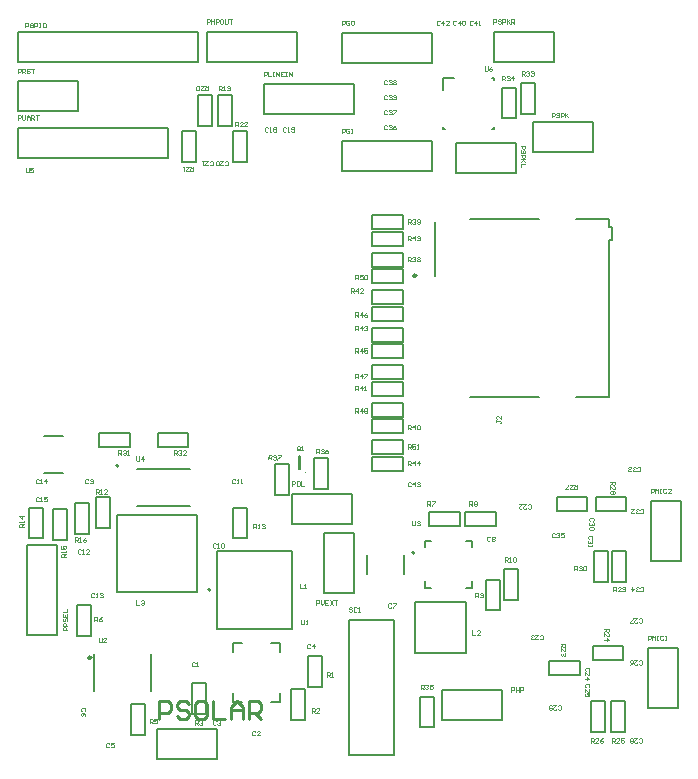
<source format=gto>
G04*
G04 #@! TF.GenerationSoftware,Altium Limited,Altium Designer,19.1.8 (144)*
G04*
G04 Layer_Color=65535*
%FSLAX25Y25*%
%MOIN*%
G70*
G01*
G75*
%ADD10C,0.00945*%
%ADD11C,0.00492*%
%ADD12C,0.00984*%
%ADD13C,0.00787*%
%ADD14C,0.00600*%
%ADD15C,0.00500*%
%ADD16C,0.01000*%
%ADD17C,0.00300*%
D10*
X234260Y265713D02*
G03*
X234260Y265713I-472J0D01*
G01*
D11*
X197518Y200055D02*
G03*
X197518Y200055I-246J0D01*
G01*
D12*
X125969Y138421D02*
G03*
X125969Y138421I-492J0D01*
G01*
D13*
X165736Y161000D02*
G03*
X165736Y161000I-394J0D01*
G01*
X233681Y173339D02*
G03*
X233681Y173339I-394J0D01*
G01*
X135086Y202284D02*
G03*
X135086Y202284I-440J0D01*
G01*
X148000Y104500D02*
Y114500D01*
X168000D01*
Y104500D02*
Y114500D01*
X148000Y104500D02*
X168000D01*
X110350Y212102D02*
X116650D01*
X110350Y199898D02*
X116650D01*
X161500Y337000D02*
Y347000D01*
X101500Y337000D02*
Y347000D01*
X161500D01*
X101500Y337000D02*
X161500D01*
X273134Y317000D02*
X293134D01*
X273134Y307000D02*
Y317000D01*
Y307000D02*
X293134D01*
Y317000D01*
X298669Y225358D02*
Y277524D01*
X287724Y225358D02*
X298669D01*
X252291D02*
X275126D01*
X240598Y265713D02*
Y283429D01*
X252291Y284610D02*
X275126D01*
X298669Y277524D02*
X299654D01*
Y281854D01*
X298669D02*
X299654D01*
X298669D02*
Y284610D01*
X287724D02*
X298669D01*
X213500Y160000D02*
Y180000D01*
X203500D02*
X213500D01*
X203500Y160000D02*
Y180000D01*
Y160000D02*
X213500D01*
X243000Y127500D02*
X263000D01*
X243000Y117500D02*
Y127500D01*
Y117500D02*
X263000D01*
Y127500D01*
X247634Y310000D02*
X267634D01*
X247634Y300000D02*
Y310000D01*
Y300000D02*
X267634D01*
Y310000D01*
X243071Y314437D02*
X243858D01*
X243071D02*
Y315224D01*
X259409Y314437D02*
X260197D01*
Y315224D01*
Y330776D02*
Y331563D01*
X259409D02*
X260197D01*
X243071D02*
X246909D01*
X243071Y327724D02*
Y331563D01*
X195303Y201335D02*
X195697D01*
X195303Y205665D02*
X195697D01*
Y201335D02*
Y205665D01*
X195303Y201335D02*
Y205665D01*
X127051Y127299D02*
Y139701D01*
X145949Y127299D02*
Y139701D01*
X230102Y166350D02*
Y172650D01*
X217898Y166350D02*
Y172650D01*
X233870Y140035D02*
X250799D01*
X233870D02*
Y156965D01*
X250799D01*
Y140035D02*
Y156965D01*
X134693Y160134D02*
Y185961D01*
X161307D01*
Y160134D02*
Y185961D01*
X134693Y160134D02*
X161307D01*
X104500Y146000D02*
X114500D01*
X104500D02*
Y176000D01*
X114500D01*
Y146000D02*
Y176000D01*
X209634Y346500D02*
X239634D01*
X209634Y336500D02*
Y346500D01*
Y336500D02*
X239634D01*
Y346500D01*
X280134Y337000D02*
Y347000D01*
X260134Y337000D02*
X280134D01*
X260134D02*
Y347000D01*
X280134D01*
X164500Y337000D02*
X194500D01*
Y347000D01*
X164500D02*
X194500D01*
X164500Y337000D02*
Y347000D01*
X209634Y310500D02*
X239634D01*
X209634Y300500D02*
Y310500D01*
Y300500D02*
X239634D01*
Y310500D01*
X311500Y121500D02*
X321500D01*
X311500D02*
Y141500D01*
X321500D01*
Y121500D02*
Y141500D01*
X183500Y329500D02*
X213500D01*
X183500Y319500D02*
Y329500D01*
Y319500D02*
X213500D01*
Y329500D01*
X193000Y183000D02*
Y193000D01*
X213000D01*
Y183000D02*
Y193000D01*
X193000Y183000D02*
X213000D01*
X312500Y170500D02*
X322500D01*
X312500D02*
Y190500D01*
X322500D01*
Y170500D02*
Y190500D01*
X151500Y305000D02*
Y315000D01*
X101500Y305000D02*
X151500D01*
X101500Y315000D02*
X151500D01*
X101500Y305000D02*
Y315000D01*
Y320500D02*
Y330500D01*
X121500D01*
Y320500D02*
Y330500D01*
X101500Y320500D02*
X121500D01*
X212000Y151000D02*
X227000D01*
Y106000D02*
Y151000D01*
X212000Y106000D02*
X227000D01*
X212000D02*
Y151000D01*
D14*
X188900Y140300D02*
Y143300D01*
X185900Y123700D02*
X188900D01*
X173100D02*
Y126700D01*
Y143300D02*
X176100D01*
X173100Y123700D02*
X176100D01*
X188900D02*
Y126700D01*
X185900Y143300D02*
X188900D01*
X173100Y140300D02*
Y143300D01*
D15*
X262300Y154200D02*
Y164300D01*
X257700Y154200D02*
Y164300D01*
Y154200D02*
X262300D01*
X257700Y164300D02*
X262300D01*
X168200Y315700D02*
Y325800D01*
X172800Y315700D02*
Y325800D01*
X168200D02*
X172800D01*
X168200Y315700D02*
X172800D01*
X303800Y113700D02*
Y123800D01*
X299200Y113700D02*
Y123800D01*
Y113700D02*
X303800D01*
X299200Y123800D02*
X303800D01*
X297300Y113700D02*
Y123800D01*
X292700Y113700D02*
Y123800D01*
Y113700D02*
X297300D01*
X292700Y123800D02*
X297300D01*
X304300Y163700D02*
Y173800D01*
X299700Y163700D02*
Y173800D01*
Y163700D02*
X304300D01*
X299700Y173800D02*
X304300D01*
X298300Y163700D02*
Y173800D01*
X293700Y163700D02*
Y173800D01*
Y163700D02*
X298300D01*
X293700Y173800D02*
X298300D01*
X219700Y285800D02*
X229800D01*
X219700Y281200D02*
X229800D01*
Y285800D01*
X219700Y281200D02*
Y285800D01*
Y280300D02*
X229800D01*
X219700Y275700D02*
X229800D01*
Y280300D01*
X219700Y275700D02*
Y280300D01*
Y273300D02*
X229800D01*
X219700Y268700D02*
X229800D01*
Y273300D01*
X219700Y268700D02*
Y273300D01*
Y267800D02*
X229800D01*
X219700Y263200D02*
X229800D01*
Y267800D01*
X219700Y263200D02*
Y267800D01*
Y260800D02*
X229800D01*
X219700Y256200D02*
X229800D01*
Y260800D01*
X219700Y256200D02*
Y260800D01*
Y255300D02*
X229800D01*
X219700Y250700D02*
X229800D01*
Y255300D01*
X219700Y250700D02*
Y255300D01*
Y248300D02*
X229800D01*
X219700Y243700D02*
X229800D01*
Y248300D01*
X219700Y243700D02*
Y248300D01*
Y242800D02*
X229800D01*
X219700Y238200D02*
X229800D01*
Y242800D01*
X219700Y238200D02*
Y242800D01*
Y235800D02*
X229800D01*
X219700Y231200D02*
X229800D01*
Y235800D01*
X219700Y231200D02*
Y235800D01*
Y230300D02*
X229800D01*
X219700Y225700D02*
X229800D01*
Y230300D01*
X219700Y225700D02*
Y230300D01*
Y223300D02*
X229800D01*
X219700Y218700D02*
X229800D01*
Y223300D01*
X219700Y218700D02*
Y223300D01*
Y205300D02*
X229800D01*
X219700Y200700D02*
X229800D01*
Y205300D01*
X219700Y200700D02*
Y205300D01*
Y206200D02*
X229800D01*
X219700Y210800D02*
X229800D01*
X219700Y206200D02*
Y210800D01*
X229800Y206200D02*
Y210800D01*
X219700Y217800D02*
X229800D01*
X219700Y213200D02*
X229800D01*
Y217800D01*
X219700Y213200D02*
Y217800D01*
X128700Y208700D02*
X138800D01*
X128700Y213300D02*
X138800D01*
X128700Y208700D02*
Y213300D01*
X138800Y208700D02*
Y213300D01*
X148200Y208700D02*
X158300D01*
X148200Y213300D02*
X158300D01*
X148200Y208700D02*
Y213300D01*
X158300Y208700D02*
Y213300D01*
X281200Y191800D02*
X291300D01*
X281200Y187200D02*
X291300D01*
Y191800D01*
X281200Y187200D02*
Y191800D01*
X294200D02*
X304300D01*
X294200Y187200D02*
X304300D01*
Y191800D01*
X294200Y187200D02*
Y191800D01*
X293200Y142300D02*
X303300D01*
X293200Y137700D02*
X303300D01*
Y142300D01*
X293200Y137700D02*
Y142300D01*
X278700Y137300D02*
X288800D01*
X278700Y132700D02*
X288800D01*
Y137300D01*
X278700Y132700D02*
Y137300D01*
X177800Y303700D02*
Y313800D01*
X173200Y303700D02*
Y313800D01*
Y303700D02*
X177800D01*
X173200Y313800D02*
X177800D01*
X160800Y303700D02*
Y313800D01*
X156200Y303700D02*
Y313800D01*
Y303700D02*
X160800D01*
X156200Y313800D02*
X160800D01*
X166300Y315700D02*
Y325800D01*
X161700Y315700D02*
Y325800D01*
Y315700D02*
X166300D01*
X161700Y325800D02*
X166300D01*
X191800Y192700D02*
Y202800D01*
X187200Y192700D02*
Y202800D01*
Y192700D02*
X191800D01*
X187200Y202800D02*
X191800D01*
X204800Y194700D02*
Y204800D01*
X200200Y194700D02*
Y204800D01*
Y194700D02*
X204800D01*
X200200Y204800D02*
X204800D01*
X143800Y112700D02*
Y122800D01*
X139200Y112700D02*
Y122800D01*
Y112700D02*
X143800D01*
X139200Y122800D02*
X143800D01*
X193020Y148087D02*
Y173913D01*
X167980Y148087D02*
X193020D01*
X167980Y173913D02*
X193020D01*
X167980Y148087D02*
Y173913D01*
X125800Y145700D02*
Y155800D01*
X121200Y145700D02*
Y155800D01*
Y145700D02*
X125800D01*
X121200Y155800D02*
X125800D01*
X250700Y182200D02*
X260800D01*
X250700Y186800D02*
X260800D01*
X250700Y182200D02*
Y186800D01*
X260800Y182200D02*
Y186800D01*
X238700Y182200D02*
X248800D01*
X238700Y186800D02*
X248800D01*
X238700Y182200D02*
Y186800D01*
X248800Y182200D02*
Y186800D01*
X237126Y175228D02*
Y177374D01*
Y161626D02*
Y163772D01*
X252874Y175228D02*
Y177374D01*
Y161626D02*
Y163772D01*
X237126Y177374D02*
X239272D01*
X237126Y161626D02*
X239272D01*
X250728Y177374D02*
X252874D01*
X250728Y161626D02*
X252874D01*
X120700Y179700D02*
Y189800D01*
X125300Y179700D02*
Y189800D01*
X120700D02*
X125300D01*
X120700Y179700D02*
X125300D01*
X105200Y178200D02*
Y188300D01*
X109800Y178200D02*
Y188300D01*
X105200D02*
X109800D01*
X105200Y178200D02*
X109800D01*
X113200Y177700D02*
Y187800D01*
X117800Y177700D02*
Y187800D01*
X113200D02*
X117800D01*
X113200Y177700D02*
X117800D01*
X173200Y178200D02*
Y188300D01*
X177800Y178200D02*
Y188300D01*
X173200D02*
X177800D01*
X173200Y178200D02*
X177800D01*
X132300Y181700D02*
Y191800D01*
X127700Y181700D02*
Y191800D01*
Y181700D02*
X132300D01*
X127700Y191800D02*
X132300D01*
X141142Y188898D02*
X158858D01*
X141142Y201102D02*
X158858D01*
X159700Y119700D02*
Y129800D01*
X164300Y119700D02*
Y129800D01*
X159700D02*
X164300D01*
X159700Y119700D02*
X164300D01*
X198200Y128700D02*
Y138800D01*
X202800Y128700D02*
Y138800D01*
X198200D02*
X202800D01*
X198200Y128700D02*
X202800D01*
X197300Y117700D02*
Y127800D01*
X192700Y117700D02*
Y127800D01*
Y117700D02*
X197300D01*
X192700Y127800D02*
X197300D01*
X235700Y115200D02*
Y125300D01*
X240300Y115200D02*
Y125300D01*
X235700D02*
X240300D01*
X235700Y115200D02*
X240300D01*
X262834Y318200D02*
Y328300D01*
X267434Y318200D02*
Y328300D01*
X262834D02*
X267434D01*
X262834Y318200D02*
X267434D01*
X269334Y319700D02*
Y329800D01*
X273934Y319700D02*
Y329800D01*
X269334D02*
X273934D01*
X269334Y319700D02*
X273934D01*
X263700Y157700D02*
Y167800D01*
X268300Y157700D02*
Y167800D01*
X263700D02*
X268300D01*
X263700Y157700D02*
X268300D01*
D16*
X148600Y117900D02*
Y123898D01*
X151599D01*
X152599Y122898D01*
Y120899D01*
X151599Y119899D01*
X148600D01*
X158597Y122898D02*
X157597Y123898D01*
X155598D01*
X154598Y122898D01*
Y121899D01*
X155598Y120899D01*
X157597D01*
X158597Y119899D01*
Y118900D01*
X157597Y117900D01*
X155598D01*
X154598Y118900D01*
X163595Y123898D02*
X161596D01*
X160596Y122898D01*
Y118900D01*
X161596Y117900D01*
X163595D01*
X164595Y118900D01*
Y122898D01*
X163595Y123898D01*
X166594D02*
Y117900D01*
X170593D01*
X172592D02*
Y121899D01*
X174592Y123898D01*
X176591Y121899D01*
Y117900D01*
Y120899D01*
X172592D01*
X178590Y117900D02*
Y123898D01*
X181589D01*
X182589Y122898D01*
Y120899D01*
X181589Y119899D01*
X178590D01*
X180590D02*
X182589Y117900D01*
D17*
X196000Y150999D02*
Y149750D01*
X196250Y149500D01*
X196750D01*
X197000Y149750D01*
Y150999D01*
X197500Y149500D02*
X197999D01*
X197749D01*
Y150999D01*
X197500Y150750D01*
X231500Y208000D02*
Y209500D01*
X232250D01*
X232500Y209250D01*
Y208750D01*
X232250Y208500D01*
X231500D01*
X232000D02*
X232500Y208000D01*
X233999Y209500D02*
X232999D01*
Y208750D01*
X233499Y209000D01*
X233749D01*
X233999Y208750D01*
Y208250D01*
X233749Y208000D01*
X233249D01*
X232999Y208250D01*
X234499Y208000D02*
X234999D01*
X234749D01*
Y209500D01*
X234499Y209250D01*
X214000Y264500D02*
Y266000D01*
X214750D01*
X215000Y265750D01*
Y265250D01*
X214750Y265000D01*
X214000D01*
X214500D02*
X215000Y264500D01*
X216499Y266000D02*
X215499D01*
Y265250D01*
X215999Y265500D01*
X216249D01*
X216499Y265250D01*
Y264750D01*
X216249Y264500D01*
X215749D01*
X215499Y264750D01*
X216999Y265750D02*
X217249Y266000D01*
X217749D01*
X217999Y265750D01*
Y264750D01*
X217749Y264500D01*
X217249D01*
X216999Y264750D01*
Y265750D01*
X231500Y277500D02*
Y278999D01*
X232250D01*
X232500Y278750D01*
Y278250D01*
X232250Y278000D01*
X231500D01*
X232000D02*
X232500Y277500D01*
X233749D02*
Y278999D01*
X232999Y278250D01*
X233999D01*
X234499Y277750D02*
X234749Y277500D01*
X235249D01*
X235499Y277750D01*
Y278750D01*
X235249Y278999D01*
X234749D01*
X234499Y278750D01*
Y278500D01*
X234749Y278250D01*
X235499D01*
X214000Y220000D02*
Y221499D01*
X214750D01*
X215000Y221250D01*
Y220750D01*
X214750Y220500D01*
X214000D01*
X214500D02*
X215000Y220000D01*
X216249D02*
Y221499D01*
X215499Y220750D01*
X216499D01*
X216999Y221250D02*
X217249Y221499D01*
X217749D01*
X217999Y221250D01*
Y221000D01*
X217749Y220750D01*
X217999Y220500D01*
Y220250D01*
X217749Y220000D01*
X217249D01*
X216999Y220250D01*
Y220500D01*
X217249Y220750D01*
X216999Y221000D01*
Y221250D01*
X217249Y220750D02*
X217749D01*
X214000Y231500D02*
Y232999D01*
X214750D01*
X215000Y232750D01*
Y232250D01*
X214750Y232000D01*
X214000D01*
X214500D02*
X215000Y231500D01*
X216249D02*
Y232999D01*
X215499Y232250D01*
X216499D01*
X216999Y232999D02*
X217999D01*
Y232750D01*
X216999Y231750D01*
Y231500D01*
X214000Y252000D02*
Y253500D01*
X214750D01*
X215000Y253250D01*
Y252750D01*
X214750Y252500D01*
X214000D01*
X214500D02*
X215000Y252000D01*
X216249D02*
Y253500D01*
X215499Y252750D01*
X216499D01*
X217999Y253500D02*
X217499Y253250D01*
X216999Y252750D01*
Y252250D01*
X217249Y252000D01*
X217749D01*
X217999Y252250D01*
Y252500D01*
X217749Y252750D01*
X216999D01*
X214000Y240000D02*
Y241499D01*
X214750D01*
X215000Y241250D01*
Y240750D01*
X214750Y240500D01*
X214000D01*
X214500D02*
X215000Y240000D01*
X216249D02*
Y241499D01*
X215499Y240750D01*
X216499D01*
X217999Y241499D02*
X216999D01*
Y240750D01*
X217499Y241000D01*
X217749D01*
X217999Y240750D01*
Y240250D01*
X217749Y240000D01*
X217249D01*
X216999Y240250D01*
X231500Y202500D02*
Y203999D01*
X232250D01*
X232500Y203750D01*
Y203250D01*
X232250Y203000D01*
X231500D01*
X232000D02*
X232500Y202500D01*
X233749D02*
Y203999D01*
X232999Y203250D01*
X233999D01*
X235249Y202500D02*
Y203999D01*
X234499Y203250D01*
X235499D01*
X214000Y247500D02*
Y249000D01*
X214750D01*
X215000Y248750D01*
Y248250D01*
X214750Y248000D01*
X214000D01*
X214500D02*
X215000Y247500D01*
X216249D02*
Y249000D01*
X215499Y248250D01*
X216499D01*
X216999Y248750D02*
X217249Y249000D01*
X217749D01*
X217999Y248750D01*
Y248500D01*
X217749Y248250D01*
X217499D01*
X217749D01*
X217999Y248000D01*
Y247750D01*
X217749Y247500D01*
X217249D01*
X216999Y247750D01*
X212500Y260000D02*
Y261500D01*
X213250D01*
X213500Y261250D01*
Y260750D01*
X213250Y260500D01*
X212500D01*
X213000D02*
X213500Y260000D01*
X214749D02*
Y261500D01*
X214000Y260750D01*
X214999D01*
X216499Y260000D02*
X215499D01*
X216499Y261000D01*
Y261250D01*
X216249Y261500D01*
X215749D01*
X215499Y261250D01*
X214000Y227500D02*
Y228999D01*
X214750D01*
X215000Y228750D01*
Y228250D01*
X214750Y228000D01*
X214000D01*
X214500D02*
X215000Y227500D01*
X216249D02*
Y228999D01*
X215499Y228250D01*
X216499D01*
X216999Y227500D02*
X217499D01*
X217249D01*
Y228999D01*
X216999Y228750D01*
X231500Y214500D02*
Y216000D01*
X232250D01*
X232500Y215750D01*
Y215250D01*
X232250Y215000D01*
X231500D01*
X232000D02*
X232500Y214500D01*
X233749D02*
Y216000D01*
X232999Y215250D01*
X233999D01*
X234499Y215750D02*
X234749Y216000D01*
X235249D01*
X235499Y215750D01*
Y214750D01*
X235249Y214500D01*
X234749D01*
X234499Y214750D01*
Y215750D01*
X231500Y283000D02*
Y284500D01*
X232250D01*
X232500Y284250D01*
Y283750D01*
X232250Y283500D01*
X231500D01*
X232000D02*
X232500Y283000D01*
X232999Y284250D02*
X233249Y284500D01*
X233749D01*
X233999Y284250D01*
Y284000D01*
X233749Y283750D01*
X233499D01*
X233749D01*
X233999Y283500D01*
Y283250D01*
X233749Y283000D01*
X233249D01*
X232999Y283250D01*
X234499D02*
X234749Y283000D01*
X235249D01*
X235499Y283250D01*
Y284250D01*
X235249Y284500D01*
X234749D01*
X234499Y284250D01*
Y284000D01*
X234749Y283750D01*
X235499D01*
X231500Y270500D02*
Y272000D01*
X232250D01*
X232500Y271750D01*
Y271250D01*
X232250Y271000D01*
X231500D01*
X232000D02*
X232500Y270500D01*
X232999Y271750D02*
X233249Y272000D01*
X233749D01*
X233999Y271750D01*
Y271500D01*
X233749Y271250D01*
X233499D01*
X233749D01*
X233999Y271000D01*
Y270750D01*
X233749Y270500D01*
X233249D01*
X232999Y270750D01*
X234499Y271750D02*
X234749Y272000D01*
X235249D01*
X235499Y271750D01*
Y271500D01*
X235249Y271250D01*
X235499Y271000D01*
Y270750D01*
X235249Y270500D01*
X234749D01*
X234499Y270750D01*
Y271000D01*
X234749Y271250D01*
X234499Y271500D01*
Y271750D01*
X234749Y271250D02*
X235249D01*
X261000Y217500D02*
Y217000D01*
Y217250D01*
X262250D01*
X262500Y217000D01*
Y216750D01*
X262250Y216500D01*
X262500Y218999D02*
Y218000D01*
X261500Y218999D01*
X261250D01*
X261000Y218749D01*
Y218249D01*
X261250Y218000D01*
X232500Y196750D02*
X232250Y197000D01*
X231750D01*
X231500Y196750D01*
Y195750D01*
X231750Y195500D01*
X232250D01*
X232500Y195750D01*
X233749Y195500D02*
Y197000D01*
X232999Y196250D01*
X233999D01*
X234499Y196750D02*
X234749Y197000D01*
X235249D01*
X235499Y196750D01*
Y196500D01*
X235249Y196250D01*
X234999D01*
X235249D01*
X235499Y196000D01*
Y195750D01*
X235249Y195500D01*
X234749D01*
X234499Y195750D01*
X257134Y335500D02*
Y334250D01*
X257384Y334000D01*
X257884D01*
X258134Y334250D01*
Y335500D01*
X259633D02*
X259133Y335250D01*
X258633Y334750D01*
Y334250D01*
X258883Y334000D01*
X259383D01*
X259633Y334250D01*
Y334500D01*
X259383Y334750D01*
X258633D01*
X185000Y204500D02*
X185083Y205997D01*
X185832Y205956D01*
X186067Y205692D01*
X186040Y205193D01*
X185776Y204958D01*
X185028Y204999D01*
X185527Y204971D02*
X185998Y204445D01*
X186566Y205664D02*
X186830Y205900D01*
X187329Y205872D01*
X187565Y205609D01*
X187551Y205360D01*
X187287Y205124D01*
X187038Y205138D01*
X187287Y205124D01*
X187523Y204860D01*
X187509Y204611D01*
X187246Y204375D01*
X186747Y204403D01*
X186511Y204666D01*
X188078Y205831D02*
X189076Y205775D01*
X189062Y205526D01*
X188008Y204583D01*
X187994Y204334D01*
X201000Y206500D02*
Y207999D01*
X201750D01*
X202000Y207750D01*
Y207250D01*
X201750Y207000D01*
X201000D01*
X201500D02*
X202000Y206500D01*
X202500Y207750D02*
X202749Y207999D01*
X203249D01*
X203499Y207750D01*
Y207500D01*
X203249Y207250D01*
X202999D01*
X203249D01*
X203499Y207000D01*
Y206750D01*
X203249Y206500D01*
X202749D01*
X202500Y206750D01*
X204999Y207999D02*
X204499Y207750D01*
X203999Y207250D01*
Y206750D01*
X204249Y206500D01*
X204749D01*
X204999Y206750D01*
Y207000D01*
X204749Y207250D01*
X203999D01*
X235800Y127900D02*
Y129400D01*
X236550D01*
X236800Y129150D01*
Y128650D01*
X236550Y128400D01*
X235800D01*
X236300D02*
X236800Y127900D01*
X237299Y129150D02*
X237549Y129400D01*
X238049D01*
X238299Y129150D01*
Y128900D01*
X238049Y128650D01*
X237799D01*
X238049D01*
X238299Y128400D01*
Y128150D01*
X238049Y127900D01*
X237549D01*
X237299Y128150D01*
X239799Y129400D02*
X238799D01*
Y128650D01*
X239299Y128900D01*
X239549D01*
X239799Y128650D01*
Y128150D01*
X239549Y127900D01*
X239049D01*
X238799Y128150D01*
X262900Y330800D02*
Y332299D01*
X263650D01*
X263900Y332050D01*
Y331550D01*
X263650Y331300D01*
X262900D01*
X263400D02*
X263900Y330800D01*
X264400Y332050D02*
X264649Y332299D01*
X265149D01*
X265399Y332050D01*
Y331800D01*
X265149Y331550D01*
X264899D01*
X265149D01*
X265399Y331300D01*
Y331050D01*
X265149Y330800D01*
X264649D01*
X264400Y331050D01*
X266649Y330800D02*
Y332299D01*
X265899Y331550D01*
X266899D01*
X269400Y332400D02*
Y333899D01*
X270150D01*
X270400Y333650D01*
Y333150D01*
X270150Y332900D01*
X269400D01*
X269900D02*
X270400Y332400D01*
X270900Y333650D02*
X271149Y333899D01*
X271649D01*
X271899Y333650D01*
Y333400D01*
X271649Y333150D01*
X271399D01*
X271649D01*
X271899Y332900D01*
Y332650D01*
X271649Y332400D01*
X271149D01*
X270900Y332650D01*
X272399Y333650D02*
X272649Y333899D01*
X273149D01*
X273399Y333650D01*
Y333400D01*
X273149Y333150D01*
X272899D01*
X273149D01*
X273399Y332900D01*
Y332650D01*
X273149Y332400D01*
X272649D01*
X272399Y332650D01*
X153500Y206000D02*
Y207500D01*
X154250D01*
X154500Y207250D01*
Y206750D01*
X154250Y206500D01*
X153500D01*
X154000D02*
X154500Y206000D01*
X154999Y207250D02*
X155249Y207500D01*
X155749D01*
X155999Y207250D01*
Y207000D01*
X155749Y206750D01*
X155499D01*
X155749D01*
X155999Y206500D01*
Y206250D01*
X155749Y206000D01*
X155249D01*
X154999Y206250D01*
X157499Y206000D02*
X156499D01*
X157499Y207000D01*
Y207250D01*
X157249Y207500D01*
X156749D01*
X156499Y207250D01*
X135000Y206000D02*
Y207500D01*
X135750D01*
X136000Y207250D01*
Y206750D01*
X135750Y206500D01*
X135000D01*
X135500D02*
X136000Y206000D01*
X136500Y207250D02*
X136749Y207500D01*
X137249D01*
X137499Y207250D01*
Y207000D01*
X137249Y206750D01*
X136999D01*
X137249D01*
X137499Y206500D01*
Y206250D01*
X137249Y206000D01*
X136749D01*
X136500Y206250D01*
X137999Y206000D02*
X138499D01*
X138249D01*
Y207500D01*
X137999Y207250D01*
X287000Y167500D02*
Y169000D01*
X287750D01*
X288000Y168750D01*
Y168250D01*
X287750Y168000D01*
X287000D01*
X287500D02*
X288000Y167500D01*
X288499Y168750D02*
X288749Y169000D01*
X289249D01*
X289499Y168750D01*
Y168500D01*
X289249Y168250D01*
X288999D01*
X289249D01*
X289499Y168000D01*
Y167750D01*
X289249Y167500D01*
X288749D01*
X288499Y167750D01*
X289999Y168750D02*
X290249Y169000D01*
X290749D01*
X290999Y168750D01*
Y167750D01*
X290749Y167500D01*
X290249D01*
X289999Y167750D01*
Y168750D01*
X300000Y160500D02*
Y161999D01*
X300750D01*
X301000Y161750D01*
Y161250D01*
X300750Y161000D01*
X300000D01*
X300500D02*
X301000Y160500D01*
X302499D02*
X301500D01*
X302499Y161500D01*
Y161750D01*
X302249Y161999D01*
X301749D01*
X301500Y161750D01*
X302999Y160750D02*
X303249Y160500D01*
X303749D01*
X303999Y160750D01*
Y161750D01*
X303749Y161999D01*
X303249D01*
X302999Y161750D01*
Y161500D01*
X303249Y161250D01*
X303999D01*
X299000Y197000D02*
X300500D01*
Y196250D01*
X300250Y196000D01*
X299750D01*
X299500Y196250D01*
Y197000D01*
Y196500D02*
X299000Y196000D01*
Y194501D02*
Y195501D01*
X300000Y194501D01*
X300250D01*
X300500Y194751D01*
Y195251D01*
X300250Y195501D01*
Y194001D02*
X300500Y193751D01*
Y193251D01*
X300250Y193001D01*
X300000D01*
X299750Y193251D01*
X299500Y193001D01*
X299250D01*
X299000Y193251D01*
Y193751D01*
X299250Y194001D01*
X299500D01*
X299750Y193751D01*
X300000Y194001D01*
X300250D01*
X299750Y193751D02*
Y193251D01*
X288000Y196000D02*
Y194501D01*
X287250D01*
X287000Y194750D01*
Y195250D01*
X287250Y195500D01*
X288000D01*
X287500D02*
X287000Y196000D01*
X285501D02*
X286501D01*
X285501Y195000D01*
Y194750D01*
X285751Y194501D01*
X286251D01*
X286501Y194750D01*
X285001Y194501D02*
X284001D01*
Y194750D01*
X285001Y195750D01*
Y196000D01*
X292500Y110000D02*
Y111500D01*
X293250D01*
X293500Y111250D01*
Y110750D01*
X293250Y110500D01*
X292500D01*
X293000D02*
X293500Y110000D01*
X294999D02*
X294000D01*
X294999Y111000D01*
Y111250D01*
X294749Y111500D01*
X294249D01*
X294000Y111250D01*
X296499Y111500D02*
X295999Y111250D01*
X295499Y110750D01*
Y110250D01*
X295749Y110000D01*
X296249D01*
X296499Y110250D01*
Y110500D01*
X296249Y110750D01*
X295499D01*
X299500Y110000D02*
Y111500D01*
X300250D01*
X300500Y111250D01*
Y110750D01*
X300250Y110500D01*
X299500D01*
X300000D02*
X300500Y110000D01*
X301999D02*
X300999D01*
X301999Y111000D01*
Y111250D01*
X301749Y111500D01*
X301249D01*
X300999Y111250D01*
X303499Y111500D02*
X302499D01*
Y110750D01*
X302999Y111000D01*
X303249D01*
X303499Y110750D01*
Y110250D01*
X303249Y110000D01*
X302749D01*
X302499Y110250D01*
X297000Y148000D02*
X298499D01*
Y147250D01*
X298250Y147000D01*
X297750D01*
X297500Y147250D01*
Y148000D01*
Y147500D02*
X297000Y147000D01*
Y145501D02*
Y146501D01*
X298000Y145501D01*
X298250D01*
X298499Y145751D01*
Y146251D01*
X298250Y146501D01*
X297000Y144251D02*
X298499D01*
X297750Y145001D01*
Y144001D01*
X282500Y143000D02*
X283999D01*
Y142250D01*
X283750Y142000D01*
X283250D01*
X283000Y142250D01*
Y143000D01*
Y142500D02*
X282500Y142000D01*
Y140501D02*
Y141500D01*
X283500Y140501D01*
X283750D01*
X283999Y140751D01*
Y141251D01*
X283750Y141500D01*
Y140001D02*
X283999Y139751D01*
Y139251D01*
X283750Y139001D01*
X283500D01*
X283250Y139251D01*
Y139501D01*
Y139251D01*
X283000Y139001D01*
X282750D01*
X282500Y139251D01*
Y139751D01*
X282750Y140001D01*
X174000Y315500D02*
Y317000D01*
X174750D01*
X175000Y316750D01*
Y316250D01*
X174750Y316000D01*
X174000D01*
X174500D02*
X175000Y315500D01*
X176499D02*
X175499D01*
X176499Y316500D01*
Y316750D01*
X176249Y317000D01*
X175749D01*
X175499Y316750D01*
X177999Y315500D02*
X176999D01*
X177999Y316500D01*
Y316750D01*
X177749Y317000D01*
X177249D01*
X176999Y316750D01*
X160000Y302000D02*
Y300500D01*
X159250D01*
X159000Y300750D01*
Y301250D01*
X159250Y301500D01*
X160000D01*
X159500D02*
X159000Y302000D01*
X157501D02*
X158501D01*
X157501Y301000D01*
Y300750D01*
X157751Y300500D01*
X158251D01*
X158501Y300750D01*
X157001Y302000D02*
X156501D01*
X156751D01*
Y300500D01*
X157001Y300750D01*
X165000Y329000D02*
Y327501D01*
X164250D01*
X164000Y327750D01*
Y328250D01*
X164250Y328500D01*
X165000D01*
X164500D02*
X164000Y329000D01*
X162501D02*
X163500D01*
X162501Y328000D01*
Y327750D01*
X162751Y327501D01*
X163251D01*
X163500Y327750D01*
X162001D02*
X161751Y327501D01*
X161251D01*
X161001Y327750D01*
Y328750D01*
X161251Y329000D01*
X161751D01*
X162001Y328750D01*
Y327750D01*
X168500Y327500D02*
Y328999D01*
X169250D01*
X169500Y328750D01*
Y328250D01*
X169250Y328000D01*
X168500D01*
X169000D02*
X169500Y327500D01*
X170000D02*
X170499D01*
X170249D01*
Y328999D01*
X170000Y328750D01*
X171249Y327750D02*
X171499Y327500D01*
X171999D01*
X172249Y327750D01*
Y328750D01*
X171999Y328999D01*
X171499D01*
X171249Y328750D01*
Y328500D01*
X171499Y328250D01*
X172249D01*
X195500Y207750D02*
Y208750D01*
X195250Y208999D01*
X194750D01*
X194500Y208750D01*
Y207750D01*
X194750Y207500D01*
X195250D01*
X195000Y208000D02*
X195500Y207500D01*
X195250D02*
X195500Y207750D01*
X196000Y207500D02*
X196499D01*
X196249D01*
Y208999D01*
X196000Y208750D01*
X201000Y156000D02*
Y157500D01*
X201750D01*
X202000Y157250D01*
Y156750D01*
X201750Y156500D01*
X201000D01*
X202500Y157500D02*
Y156500D01*
X202999Y156000D01*
X203499Y156500D01*
Y157500D01*
X204999D02*
X203999D01*
Y156000D01*
X204999D01*
X203999Y156750D02*
X204499D01*
X205499Y157500D02*
X206498Y156000D01*
Y157500D02*
X205499Y156000D01*
X206998Y157500D02*
X207998D01*
X207498D01*
Y156000D01*
X101400Y317700D02*
Y319199D01*
X102150D01*
X102400Y318950D01*
Y318450D01*
X102150Y318200D01*
X101400D01*
X102900Y319199D02*
Y317950D01*
X103149Y317700D01*
X103649D01*
X103899Y317950D01*
Y319199D01*
X104399Y317700D02*
Y318700D01*
X104899Y319199D01*
X105399Y318700D01*
Y317700D01*
Y318450D01*
X104399D01*
X105899Y317700D02*
Y319199D01*
X106648D01*
X106898Y318950D01*
Y318450D01*
X106648Y318200D01*
X105899D01*
X106398D02*
X106898Y317700D01*
X107398Y319199D02*
X108398D01*
X107898D01*
Y317700D01*
X279500Y318500D02*
Y320000D01*
X280250D01*
X280500Y319750D01*
Y319250D01*
X280250Y319000D01*
X279500D01*
X281999Y319750D02*
X281749Y320000D01*
X281249D01*
X280999Y319750D01*
Y319500D01*
X281249Y319250D01*
X281749D01*
X281999Y319000D01*
Y318750D01*
X281749Y318500D01*
X281249D01*
X280999Y318750D01*
X282499Y318500D02*
Y320000D01*
X283249D01*
X283499Y319750D01*
Y319250D01*
X283249Y319000D01*
X282499D01*
X283999Y320000D02*
Y318500D01*
Y319000D01*
X284998Y320000D01*
X284248Y319250D01*
X284998Y318500D01*
X260000Y349700D02*
Y351200D01*
X260750D01*
X261000Y350950D01*
Y350450D01*
X260750Y350200D01*
X260000D01*
X262499Y350950D02*
X262249Y351200D01*
X261749D01*
X261500Y350950D01*
Y350700D01*
X261749Y350450D01*
X262249D01*
X262499Y350200D01*
Y349950D01*
X262249Y349700D01*
X261749D01*
X261500Y349950D01*
X262999Y349700D02*
Y351200D01*
X263749D01*
X263999Y350950D01*
Y350450D01*
X263749Y350200D01*
X262999D01*
X264499Y351200D02*
Y349700D01*
Y350200D01*
X265498Y351200D01*
X264749Y350450D01*
X265498Y349700D01*
X265998D02*
Y351200D01*
X266748D01*
X266998Y350950D01*
Y350450D01*
X266748Y350200D01*
X265998D01*
X266498D02*
X266998Y349700D01*
X269134Y309000D02*
X270633D01*
Y308250D01*
X270384Y308000D01*
X269884D01*
X269634Y308250D01*
Y309000D01*
X270384Y306501D02*
X270633Y306751D01*
Y307251D01*
X270384Y307501D01*
X270133D01*
X269884Y307251D01*
Y306751D01*
X269634Y306501D01*
X269384D01*
X269134Y306751D01*
Y307251D01*
X269384Y307501D01*
X269134Y306001D02*
X270633D01*
Y305251D01*
X270384Y305001D01*
X269884D01*
X269634Y305251D01*
Y306001D01*
X270633Y304501D02*
X269134D01*
X269634D01*
X270633Y303502D01*
X269884Y304252D01*
X269134Y303502D01*
X270633Y303002D02*
X269134D01*
Y302002D01*
X101400Y333200D02*
Y334700D01*
X102150D01*
X102400Y334450D01*
Y333950D01*
X102150Y333700D01*
X101400D01*
X102900Y333200D02*
Y334700D01*
X103649D01*
X103899Y334450D01*
Y333950D01*
X103649Y333700D01*
X102900D01*
X103399D02*
X103899Y333200D01*
X105399Y334450D02*
X105149Y334700D01*
X104649D01*
X104399Y334450D01*
Y334200D01*
X104649Y333950D01*
X105149D01*
X105399Y333700D01*
Y333450D01*
X105149Y333200D01*
X104649D01*
X104399Y333450D01*
X105899Y334700D02*
X106898D01*
X106398D01*
Y333200D01*
X118000Y147500D02*
X116500D01*
Y148250D01*
X116750Y148500D01*
X117250D01*
X117500Y148250D01*
Y147500D01*
X118000Y149000D02*
X116500D01*
Y149749D01*
X116750Y149999D01*
X117250D01*
X117500Y149749D01*
Y149000D01*
X116750Y151499D02*
X116500Y151249D01*
Y150749D01*
X116750Y150499D01*
X117000D01*
X117250Y150749D01*
Y151249D01*
X117500Y151499D01*
X117750D01*
X118000Y151249D01*
Y150749D01*
X117750Y150499D01*
X116500Y152998D02*
Y151999D01*
X118000D01*
Y152998D01*
X117250Y151999D02*
Y152498D01*
X116500Y153498D02*
X118000D01*
Y154498D01*
X312400Y193200D02*
Y194700D01*
X313150D01*
X313400Y194450D01*
Y193950D01*
X313150Y193700D01*
X312400D01*
X313899Y193200D02*
Y194700D01*
X314399Y194200D01*
X314899Y194700D01*
Y193200D01*
X315399Y194700D02*
X315899D01*
X315649D01*
Y193200D01*
X315399D01*
X315899D01*
X317648Y194450D02*
X317398Y194700D01*
X316899D01*
X316649Y194450D01*
Y193450D01*
X316899Y193200D01*
X317398D01*
X317648Y193450D01*
X319148Y193200D02*
X318148D01*
X319148Y194200D01*
Y194450D01*
X318898Y194700D01*
X318398D01*
X318148Y194450D01*
X311400Y144200D02*
Y145700D01*
X312150D01*
X312400Y145450D01*
Y144950D01*
X312150Y144700D01*
X311400D01*
X312899Y144200D02*
Y145700D01*
X313399Y145200D01*
X313899Y145700D01*
Y144200D01*
X314399Y145700D02*
X314899D01*
X314649D01*
Y144200D01*
X314399D01*
X314899D01*
X316648Y145450D02*
X316398Y145700D01*
X315899D01*
X315649Y145450D01*
Y144450D01*
X315899Y144200D01*
X316398D01*
X316648Y144450D01*
X317148Y144200D02*
X317648D01*
X317398D01*
Y145700D01*
X317148Y145450D01*
X183400Y332200D02*
Y333699D01*
X184150D01*
X184400Y333450D01*
Y332950D01*
X184150Y332700D01*
X183400D01*
X184899Y333699D02*
Y332200D01*
X185899D01*
X186399Y333699D02*
X186899D01*
X186649D01*
Y332200D01*
X186399D01*
X186899D01*
X187649D02*
Y333699D01*
X188648Y332200D01*
Y333699D01*
X190148D02*
X189148D01*
Y332200D01*
X190148D01*
X189148Y332950D02*
X189648D01*
X190648Y333699D02*
X191147D01*
X190898D01*
Y332200D01*
X190648D01*
X191147D01*
X191897D02*
Y333699D01*
X192897Y332200D01*
Y333699D01*
X266000Y127000D02*
Y128499D01*
X266750D01*
X267000Y128250D01*
Y127750D01*
X266750Y127500D01*
X266000D01*
X267499Y128499D02*
Y127000D01*
Y127750D01*
X268499D01*
Y128499D01*
Y127000D01*
X268999D02*
Y128499D01*
X269749D01*
X269999Y128250D01*
Y127750D01*
X269749Y127500D01*
X268999D01*
X164400Y349700D02*
Y351200D01*
X165150D01*
X165400Y350950D01*
Y350450D01*
X165150Y350200D01*
X164400D01*
X165900Y351200D02*
Y349700D01*
Y350450D01*
X166899D01*
Y351200D01*
Y349700D01*
X167399D02*
Y351200D01*
X168149D01*
X168399Y350950D01*
Y350450D01*
X168149Y350200D01*
X167399D01*
X169648Y351200D02*
X169149D01*
X168899Y350950D01*
Y349950D01*
X169149Y349700D01*
X169648D01*
X169898Y349950D01*
Y350950D01*
X169648Y351200D01*
X170398D02*
Y349950D01*
X170648Y349700D01*
X171148D01*
X171398Y349950D01*
Y351200D01*
X171898D02*
X172897D01*
X172397D01*
Y349700D01*
X104000Y348500D02*
Y349999D01*
X104750D01*
X105000Y349750D01*
Y349250D01*
X104750Y349000D01*
X104000D01*
X106499Y349750D02*
X106249Y349999D01*
X105749D01*
X105499Y349750D01*
Y348750D01*
X105749Y348500D01*
X106249D01*
X106499Y348750D01*
Y349250D01*
X105999D01*
X106999Y348500D02*
Y349999D01*
X107749D01*
X107999Y349750D01*
Y349250D01*
X107749Y349000D01*
X106999D01*
X108499Y349999D02*
X108998D01*
X108748D01*
Y348500D01*
X108499D01*
X108998D01*
X110498Y349999D02*
X109998D01*
X109748Y349750D01*
Y348750D01*
X109998Y348500D01*
X110498D01*
X110748Y348750D01*
Y349750D01*
X110498Y349999D01*
X209500Y313200D02*
Y314700D01*
X210250D01*
X210500Y314450D01*
Y313950D01*
X210250Y313700D01*
X209500D01*
X211999Y314450D02*
X211749Y314700D01*
X211249D01*
X210999Y314450D01*
Y313450D01*
X211249Y313200D01*
X211749D01*
X211999Y313450D01*
Y313950D01*
X211499D01*
X212499Y313200D02*
X212999D01*
X212749D01*
Y314700D01*
X212499Y314450D01*
X209500Y349200D02*
Y350699D01*
X210250D01*
X210500Y350450D01*
Y349950D01*
X210250Y349700D01*
X209500D01*
X211999Y350450D02*
X211749Y350699D01*
X211249D01*
X210999Y350450D01*
Y349450D01*
X211249Y349200D01*
X211749D01*
X211999Y349450D01*
Y349950D01*
X211499D01*
X212499Y350450D02*
X212749Y350699D01*
X213249D01*
X213499Y350450D01*
Y349450D01*
X213249Y349200D01*
X212749D01*
X212499Y349450D01*
Y350450D01*
X192900Y195700D02*
Y197199D01*
X193650D01*
X193900Y196950D01*
Y196450D01*
X193650Y196200D01*
X192900D01*
X194399Y197199D02*
Y195700D01*
X195149D01*
X195399Y195950D01*
Y196950D01*
X195149Y197199D01*
X194399D01*
X195899D02*
Y195700D01*
X196899D01*
X242100Y350450D02*
X241850Y350699D01*
X241350D01*
X241100Y350450D01*
Y349450D01*
X241350Y349200D01*
X241850D01*
X242100Y349450D01*
X243349Y349200D02*
Y350699D01*
X242600Y349950D01*
X243599D01*
X245099Y349200D02*
X244099D01*
X245099Y350200D01*
Y350450D01*
X244849Y350699D01*
X244349D01*
X244099Y350450D01*
X253100D02*
X252850Y350699D01*
X252350D01*
X252100Y350450D01*
Y349450D01*
X252350Y349200D01*
X252850D01*
X253100Y349450D01*
X254349Y349200D02*
Y350699D01*
X253600Y349950D01*
X254599D01*
X255099Y349200D02*
X255599D01*
X255349D01*
Y350699D01*
X255099Y350450D01*
X247600D02*
X247350Y350699D01*
X246850D01*
X246600Y350450D01*
Y349450D01*
X246850Y349200D01*
X247350D01*
X247600Y349450D01*
X248849Y349200D02*
Y350699D01*
X248099Y349950D01*
X249099D01*
X249599Y350450D02*
X249849Y350699D01*
X250349D01*
X250599Y350450D01*
Y349450D01*
X250349Y349200D01*
X249849D01*
X249599Y349450D01*
Y350450D01*
X224634Y325750D02*
X224384Y325999D01*
X223884D01*
X223634Y325750D01*
Y324750D01*
X223884Y324500D01*
X224384D01*
X224634Y324750D01*
X225133Y325750D02*
X225383Y325999D01*
X225883D01*
X226133Y325750D01*
Y325500D01*
X225883Y325250D01*
X225633D01*
X225883D01*
X226133Y325000D01*
Y324750D01*
X225883Y324500D01*
X225383D01*
X225133Y324750D01*
X226633D02*
X226883Y324500D01*
X227383D01*
X227633Y324750D01*
Y325750D01*
X227383Y325999D01*
X226883D01*
X226633Y325750D01*
Y325500D01*
X226883Y325250D01*
X227633D01*
X224634Y330750D02*
X224384Y330999D01*
X223884D01*
X223634Y330750D01*
Y329750D01*
X223884Y329500D01*
X224384D01*
X224634Y329750D01*
X225133Y330750D02*
X225383Y330999D01*
X225883D01*
X226133Y330750D01*
Y330500D01*
X225883Y330250D01*
X225633D01*
X225883D01*
X226133Y330000D01*
Y329750D01*
X225883Y329500D01*
X225383D01*
X225133Y329750D01*
X226633Y330750D02*
X226883Y330999D01*
X227383D01*
X227633Y330750D01*
Y330500D01*
X227383Y330250D01*
X227633Y330000D01*
Y329750D01*
X227383Y329500D01*
X226883D01*
X226633Y329750D01*
Y330000D01*
X226883Y330250D01*
X226633Y330500D01*
Y330750D01*
X226883Y330250D02*
X227383D01*
X224634Y320750D02*
X224384Y321000D01*
X223884D01*
X223634Y320750D01*
Y319750D01*
X223884Y319500D01*
X224384D01*
X224634Y319750D01*
X225133Y320750D02*
X225383Y321000D01*
X225883D01*
X226133Y320750D01*
Y320500D01*
X225883Y320250D01*
X225633D01*
X225883D01*
X226133Y320000D01*
Y319750D01*
X225883Y319500D01*
X225383D01*
X225133Y319750D01*
X226633Y321000D02*
X227633D01*
Y320750D01*
X226633Y319750D01*
Y319500D01*
X224634Y315750D02*
X224384Y316000D01*
X223884D01*
X223634Y315750D01*
Y314750D01*
X223884Y314500D01*
X224384D01*
X224634Y314750D01*
X225133Y315750D02*
X225383Y316000D01*
X225883D01*
X226133Y315750D01*
Y315500D01*
X225883Y315250D01*
X225633D01*
X225883D01*
X226133Y315000D01*
Y314750D01*
X225883Y314500D01*
X225383D01*
X225133Y314750D01*
X227633Y316000D02*
X227133Y315750D01*
X226633Y315250D01*
Y314750D01*
X226883Y314500D01*
X227383D01*
X227633Y314750D01*
Y315000D01*
X227383Y315250D01*
X226633D01*
X280500Y179750D02*
X280250Y179999D01*
X279750D01*
X279500Y179750D01*
Y178750D01*
X279750Y178500D01*
X280250D01*
X280500Y178750D01*
X280999Y179750D02*
X281249Y179999D01*
X281749D01*
X281999Y179750D01*
Y179500D01*
X281749Y179250D01*
X281499D01*
X281749D01*
X281999Y179000D01*
Y178750D01*
X281749Y178500D01*
X281249D01*
X280999Y178750D01*
X283499Y179999D02*
X282499D01*
Y179250D01*
X282999Y179500D01*
X283249D01*
X283499Y179250D01*
Y178750D01*
X283249Y178500D01*
X282749D01*
X282499Y178750D01*
X309000Y160750D02*
X309250Y160501D01*
X309750D01*
X310000Y160750D01*
Y161750D01*
X309750Y162000D01*
X309250D01*
X309000Y161750D01*
X308501Y160750D02*
X308251Y160501D01*
X307751D01*
X307501Y160750D01*
Y161000D01*
X307751Y161250D01*
X308001D01*
X307751D01*
X307501Y161500D01*
Y161750D01*
X307751Y162000D01*
X308251D01*
X308501Y161750D01*
X306251Y162000D02*
Y160501D01*
X307001Y161250D01*
X306001D01*
X308000Y200750D02*
X308250Y200500D01*
X308750D01*
X309000Y200750D01*
Y201750D01*
X308750Y202000D01*
X308250D01*
X308000Y201750D01*
X307501Y200750D02*
X307251Y200500D01*
X306751D01*
X306501Y200750D01*
Y201000D01*
X306751Y201250D01*
X307001D01*
X306751D01*
X306501Y201500D01*
Y201750D01*
X306751Y202000D01*
X307251D01*
X307501Y201750D01*
X306001Y200750D02*
X305751Y200500D01*
X305251D01*
X305001Y200750D01*
Y201000D01*
X305251Y201250D01*
X305501D01*
X305251D01*
X305001Y201500D01*
Y201750D01*
X305251Y202000D01*
X305751D01*
X306001Y201750D01*
X292750Y178000D02*
X293000Y178250D01*
Y178750D01*
X292750Y179000D01*
X291750D01*
X291500Y178750D01*
Y178250D01*
X291750Y178000D01*
X292750Y177500D02*
X293000Y177251D01*
Y176751D01*
X292750Y176501D01*
X292500D01*
X292250Y176751D01*
Y177001D01*
Y176751D01*
X292000Y176501D01*
X291750D01*
X291500Y176751D01*
Y177251D01*
X291750Y177500D01*
X291500Y176001D02*
Y175501D01*
Y175751D01*
X293000D01*
X292750Y176001D01*
X293250Y184000D02*
X293499Y184250D01*
Y184750D01*
X293250Y185000D01*
X292250D01*
X292000Y184750D01*
Y184250D01*
X292250Y184000D01*
X293250Y183501D02*
X293499Y183251D01*
Y182751D01*
X293250Y182501D01*
X293000D01*
X292750Y182751D01*
Y183001D01*
Y182751D01*
X292500Y182501D01*
X292250D01*
X292000Y182751D01*
Y183251D01*
X292250Y183501D01*
X293250Y182001D02*
X293499Y181751D01*
Y181251D01*
X293250Y181001D01*
X292250D01*
X292000Y181251D01*
Y181751D01*
X292250Y182001D01*
X293250D01*
X281500Y121250D02*
X281750Y121001D01*
X282250D01*
X282500Y121250D01*
Y122250D01*
X282250Y122500D01*
X281750D01*
X281500Y122250D01*
X280001Y122500D02*
X281000D01*
X280001Y121500D01*
Y121250D01*
X280251Y121001D01*
X280751D01*
X281000Y121250D01*
X279501Y122250D02*
X279251Y122500D01*
X278751D01*
X278501Y122250D01*
Y121250D01*
X278751Y121001D01*
X279251D01*
X279501Y121250D01*
Y121500D01*
X279251Y121750D01*
X278501D01*
X308500Y110250D02*
X308750Y110001D01*
X309250D01*
X309500Y110250D01*
Y111250D01*
X309250Y111500D01*
X308750D01*
X308500Y111250D01*
X307001Y111500D02*
X308000D01*
X307001Y110500D01*
Y110250D01*
X307251Y110001D01*
X307751D01*
X308000Y110250D01*
X306501D02*
X306251Y110001D01*
X305751D01*
X305501Y110250D01*
Y110500D01*
X305751Y110750D01*
X305501Y111000D01*
Y111250D01*
X305751Y111500D01*
X306251D01*
X306501Y111250D01*
Y111000D01*
X306251Y110750D01*
X306501Y110500D01*
Y110250D01*
X306251Y110750D02*
X305751D01*
X308500Y150250D02*
X308750Y150001D01*
X309250D01*
X309500Y150250D01*
Y151250D01*
X309250Y151500D01*
X308750D01*
X308500Y151250D01*
X307001Y151500D02*
X308000D01*
X307001Y150500D01*
Y150250D01*
X307251Y150001D01*
X307751D01*
X308000Y150250D01*
X306501Y150001D02*
X305501D01*
Y150250D01*
X306501Y151250D01*
Y151500D01*
X308500Y136250D02*
X308750Y136001D01*
X309250D01*
X309500Y136250D01*
Y137250D01*
X309250Y137500D01*
X308750D01*
X308500Y137250D01*
X307001Y137500D02*
X308000D01*
X307001Y136500D01*
Y136250D01*
X307251Y136001D01*
X307751D01*
X308000Y136250D01*
X305501Y136001D02*
X306001Y136250D01*
X306501Y136750D01*
Y137250D01*
X306251Y137500D01*
X305751D01*
X305501Y137250D01*
Y137000D01*
X305751Y136750D01*
X306501D01*
X291750Y128500D02*
X292000Y128750D01*
Y129250D01*
X291750Y129500D01*
X290750D01*
X290500Y129250D01*
Y128750D01*
X290750Y128500D01*
X290500Y127001D02*
Y128000D01*
X291500Y127001D01*
X291750D01*
X292000Y127251D01*
Y127751D01*
X291750Y128000D01*
X292000Y125501D02*
Y126501D01*
X291250D01*
X291500Y126001D01*
Y125751D01*
X291250Y125501D01*
X290750D01*
X290500Y125751D01*
Y126251D01*
X290750Y126501D01*
X291750Y134000D02*
X292000Y134250D01*
Y134750D01*
X291750Y135000D01*
X290750D01*
X290500Y134750D01*
Y134250D01*
X290750Y134000D01*
X290500Y132501D02*
Y133501D01*
X291500Y132501D01*
X291750D01*
X292000Y132751D01*
Y133251D01*
X291750Y133501D01*
X290500Y131251D02*
X292000D01*
X291250Y132001D01*
Y131001D01*
X275500Y144750D02*
X275750Y144501D01*
X276250D01*
X276500Y144750D01*
Y145750D01*
X276250Y146000D01*
X275750D01*
X275500Y145750D01*
X274001Y146000D02*
X275001D01*
X274001Y145000D01*
Y144750D01*
X274251Y144501D01*
X274751D01*
X275001Y144750D01*
X273501D02*
X273251Y144501D01*
X272751D01*
X272501Y144750D01*
Y145000D01*
X272751Y145250D01*
X273001D01*
X272751D01*
X272501Y145500D01*
Y145750D01*
X272751Y146000D01*
X273251D01*
X273501Y145750D01*
X271500Y188250D02*
X271750Y188001D01*
X272250D01*
X272500Y188250D01*
Y189250D01*
X272250Y189500D01*
X271750D01*
X271500Y189250D01*
X270001Y189500D02*
X271001D01*
X270001Y188500D01*
Y188250D01*
X270251Y188001D01*
X270751D01*
X271001Y188250D01*
X268501Y189500D02*
X269501D01*
X268501Y188500D01*
Y188250D01*
X268751Y188001D01*
X269251D01*
X269501Y188250D01*
X165500Y302750D02*
X165750Y302501D01*
X166250D01*
X166500Y302750D01*
Y303750D01*
X166250Y304000D01*
X165750D01*
X165500Y303750D01*
X164001Y304000D02*
X165000D01*
X164001Y303000D01*
Y302750D01*
X164251Y302501D01*
X164751D01*
X165000Y302750D01*
X163501Y304000D02*
X163001D01*
X163251D01*
Y302501D01*
X163501Y302750D01*
X170500D02*
X170750Y302501D01*
X171250D01*
X171500Y302750D01*
Y303750D01*
X171250Y304000D01*
X170750D01*
X170500Y303750D01*
X169001Y304000D02*
X170001D01*
X169001Y303000D01*
Y302750D01*
X169251Y302501D01*
X169751D01*
X170001Y302750D01*
X168501D02*
X168251Y302501D01*
X167751D01*
X167501Y302750D01*
Y303750D01*
X167751Y304000D01*
X168251D01*
X168501Y303750D01*
Y302750D01*
X190900Y314950D02*
X190650Y315199D01*
X190150D01*
X189900Y314950D01*
Y313950D01*
X190150Y313700D01*
X190650D01*
X190900Y313950D01*
X191400Y313700D02*
X191899D01*
X191649D01*
Y315199D01*
X191400Y314950D01*
X192649Y313950D02*
X192899Y313700D01*
X193399D01*
X193649Y313950D01*
Y314950D01*
X193399Y315199D01*
X192899D01*
X192649Y314950D01*
Y314700D01*
X192899Y314450D01*
X193649D01*
X184900Y314950D02*
X184650Y315199D01*
X184150D01*
X183900Y314950D01*
Y313950D01*
X184150Y313700D01*
X184650D01*
X184900Y313950D01*
X185399Y313700D02*
X185899D01*
X185649D01*
Y315199D01*
X185399Y314950D01*
X186649D02*
X186899Y315199D01*
X187399D01*
X187649Y314950D01*
Y314700D01*
X187399Y314450D01*
X187649Y314200D01*
Y313950D01*
X187399Y313700D01*
X186899D01*
X186649Y313950D01*
Y314200D01*
X186899Y314450D01*
X186649Y314700D01*
Y314950D01*
X186899Y314450D02*
X187399D01*
X108500Y191750D02*
X108250Y191999D01*
X107750D01*
X107500Y191750D01*
Y190750D01*
X107750Y190500D01*
X108250D01*
X108500Y190750D01*
X109000Y190500D02*
X109499D01*
X109249D01*
Y191999D01*
X109000Y191750D01*
X111249Y191999D02*
X110249D01*
Y191250D01*
X110749Y191500D01*
X110999D01*
X111249Y191250D01*
Y190750D01*
X110999Y190500D01*
X110499D01*
X110249Y190750D01*
X108500Y197750D02*
X108250Y198000D01*
X107750D01*
X107500Y197750D01*
Y196750D01*
X107750Y196500D01*
X108250D01*
X108500Y196750D01*
X109000Y196500D02*
X109499D01*
X109249D01*
Y198000D01*
X109000Y197750D01*
X110999Y196500D02*
Y198000D01*
X110249Y197250D01*
X111249D01*
X309000Y186750D02*
X309250Y186501D01*
X309750D01*
X310000Y186750D01*
Y187750D01*
X309750Y188000D01*
X309250D01*
X309000Y187750D01*
X308501Y186750D02*
X308251Y186501D01*
X307751D01*
X307501Y186750D01*
Y187000D01*
X307751Y187250D01*
X308001D01*
X307751D01*
X307501Y187500D01*
Y187750D01*
X307751Y188000D01*
X308251D01*
X308501Y187750D01*
X306001Y188000D02*
X307001D01*
X306001Y187000D01*
Y186750D01*
X306251Y186501D01*
X306751D01*
X307001Y186750D01*
X141000Y205500D02*
Y204250D01*
X141250Y204000D01*
X141750D01*
X142000Y204250D01*
Y205500D01*
X143249Y204000D02*
Y205500D01*
X142499Y204750D01*
X143499D01*
X120500Y177000D02*
Y178499D01*
X121250D01*
X121500Y178250D01*
Y177750D01*
X121250Y177500D01*
X120500D01*
X121000D02*
X121500Y177000D01*
X122000D02*
X122499D01*
X122249D01*
Y178499D01*
X122000Y178250D01*
X124249Y178499D02*
X123749Y178250D01*
X123249Y177750D01*
Y177250D01*
X123499Y177000D01*
X123999D01*
X124249Y177250D01*
Y177500D01*
X123999Y177750D01*
X123249D01*
X117500Y172000D02*
X116000D01*
Y172750D01*
X116250Y173000D01*
X116750D01*
X117000Y172750D01*
Y172000D01*
Y172500D02*
X117500Y173000D01*
Y173500D02*
Y173999D01*
Y173749D01*
X116000D01*
X116250Y173500D01*
X116000Y175749D02*
Y174749D01*
X116750D01*
X116500Y175249D01*
Y175499D01*
X116750Y175749D01*
X117250D01*
X117500Y175499D01*
Y174999D01*
X117250Y174749D01*
X103500Y182000D02*
X102000D01*
Y182750D01*
X102250Y183000D01*
X102750D01*
X103000Y182750D01*
Y182000D01*
Y182500D02*
X103500Y183000D01*
Y183500D02*
Y183999D01*
Y183749D01*
X102000D01*
X102250Y183500D01*
X103500Y185499D02*
X102000D01*
X102750Y184749D01*
Y185749D01*
X180000Y181500D02*
Y183000D01*
X180750D01*
X181000Y182750D01*
Y182250D01*
X180750Y182000D01*
X180000D01*
X180500D02*
X181000Y181500D01*
X181500D02*
X181999D01*
X181749D01*
Y183000D01*
X181500Y182750D01*
X182749D02*
X182999Y183000D01*
X183499D01*
X183749Y182750D01*
Y182500D01*
X183499Y182250D01*
X183249D01*
X183499D01*
X183749Y182000D01*
Y181750D01*
X183499Y181500D01*
X182999D01*
X182749Y181750D01*
X127500Y193000D02*
Y194500D01*
X128250D01*
X128500Y194250D01*
Y193750D01*
X128250Y193500D01*
X127500D01*
X128000D02*
X128500Y193000D01*
X128999D02*
X129499D01*
X129249D01*
Y194500D01*
X128999Y194250D01*
X131249Y193000D02*
X130249D01*
X131249Y194000D01*
Y194250D01*
X130999Y194500D01*
X130499D01*
X130249Y194250D01*
X141000Y157500D02*
Y156000D01*
X142000D01*
X142499Y157250D02*
X142749Y157500D01*
X143249D01*
X143499Y157250D01*
Y157000D01*
X143249Y156750D01*
X142999D01*
X143249D01*
X143499Y156500D01*
Y156250D01*
X143249Y156000D01*
X142749D01*
X142499Y156250D01*
X104100Y301600D02*
Y300350D01*
X104350Y300100D01*
X104850D01*
X105100Y300350D01*
Y301600D01*
X106599D02*
X105599D01*
Y300850D01*
X106099Y301100D01*
X106349D01*
X106599Y300850D01*
Y300350D01*
X106349Y300100D01*
X105849D01*
X105599Y300350D01*
X127000Y159750D02*
X126750Y160000D01*
X126250D01*
X126000Y159750D01*
Y158750D01*
X126250Y158500D01*
X126750D01*
X127000Y158750D01*
X127499Y158500D02*
X127999D01*
X127749D01*
Y160000D01*
X127499Y159750D01*
X128749D02*
X128999Y160000D01*
X129499D01*
X129749Y159750D01*
Y159500D01*
X129499Y159250D01*
X129249D01*
X129499D01*
X129749Y159000D01*
Y158750D01*
X129499Y158500D01*
X128999D01*
X128749Y158750D01*
X122500Y174250D02*
X122250Y174499D01*
X121750D01*
X121500Y174250D01*
Y173250D01*
X121750Y173000D01*
X122250D01*
X122500Y173250D01*
X123000Y173000D02*
X123499D01*
X123249D01*
Y174499D01*
X123000Y174250D01*
X125249Y173000D02*
X124249D01*
X125249Y174000D01*
Y174250D01*
X124999Y174499D01*
X124499D01*
X124249Y174250D01*
X174000Y197750D02*
X173750Y198000D01*
X173250D01*
X173000Y197750D01*
Y196750D01*
X173250Y196500D01*
X173750D01*
X174000Y196750D01*
X174499Y196500D02*
X174999D01*
X174749D01*
Y198000D01*
X174499Y197750D01*
X175749Y196500D02*
X176249D01*
X175999D01*
Y198000D01*
X175749Y197750D01*
X167500Y176250D02*
X167250Y176499D01*
X166750D01*
X166500Y176250D01*
Y175250D01*
X166750Y175000D01*
X167250D01*
X167500Y175250D01*
X167999Y175000D02*
X168499D01*
X168249D01*
Y176499D01*
X167999Y176250D01*
X169249D02*
X169499Y176499D01*
X169999D01*
X170249Y176250D01*
Y175250D01*
X169999Y175000D01*
X169499D01*
X169249Y175250D01*
Y176250D01*
X125000Y197750D02*
X124750Y198000D01*
X124250D01*
X124000Y197750D01*
Y196750D01*
X124250Y196500D01*
X124750D01*
X125000Y196750D01*
X125499D02*
X125749Y196500D01*
X126249D01*
X126499Y196750D01*
Y197750D01*
X126249Y198000D01*
X125749D01*
X125499Y197750D01*
Y197500D01*
X125749Y197250D01*
X126499D01*
X199000Y142750D02*
X198750Y142999D01*
X198250D01*
X198000Y142750D01*
Y141750D01*
X198250Y141500D01*
X198750D01*
X199000Y141750D01*
X200249Y141500D02*
Y142999D01*
X199499Y142250D01*
X200499D01*
X233000Y184000D02*
Y182750D01*
X233250Y182500D01*
X233750D01*
X234000Y182750D01*
Y184000D01*
X234500Y183750D02*
X234749Y184000D01*
X235249D01*
X235499Y183750D01*
Y183500D01*
X235249Y183250D01*
X234999D01*
X235249D01*
X235499Y183000D01*
Y182750D01*
X235249Y182500D01*
X234749D01*
X234500Y182750D01*
X128500Y145000D02*
Y143750D01*
X128750Y143500D01*
X129250D01*
X129500Y143750D01*
Y145000D01*
X130999Y143500D02*
X129999D01*
X130999Y144500D01*
Y144750D01*
X130749Y145000D01*
X130249D01*
X129999Y144750D01*
X212900Y154950D02*
X212650Y155200D01*
X212150D01*
X211900Y154950D01*
Y154700D01*
X212150Y154450D01*
X212650D01*
X212900Y154200D01*
Y153950D01*
X212650Y153700D01*
X212150D01*
X211900Y153950D01*
X214399Y154950D02*
X214149Y155200D01*
X213649D01*
X213400Y154950D01*
Y153950D01*
X213649Y153700D01*
X214149D01*
X214399Y153950D01*
X214899Y153700D02*
X215399D01*
X215149D01*
Y155200D01*
X214899Y154950D01*
X263800Y170400D02*
Y171899D01*
X264550D01*
X264800Y171650D01*
Y171150D01*
X264550Y170900D01*
X263800D01*
X264300D02*
X264800Y170400D01*
X265300D02*
X265799D01*
X265549D01*
Y171899D01*
X265300Y171650D01*
X266549D02*
X266799Y171899D01*
X267299D01*
X267549Y171650D01*
Y170650D01*
X267299Y170400D01*
X266799D01*
X266549Y170650D01*
Y171650D01*
X254000Y158500D02*
Y160000D01*
X254750D01*
X255000Y159750D01*
Y159250D01*
X254750Y159000D01*
X254000D01*
X254500D02*
X255000Y158500D01*
X255500Y158750D02*
X255749Y158500D01*
X256249D01*
X256499Y158750D01*
Y159750D01*
X256249Y160000D01*
X255749D01*
X255500Y159750D01*
Y159500D01*
X255749Y159250D01*
X256499D01*
X252000Y189000D02*
Y190499D01*
X252750D01*
X253000Y190250D01*
Y189750D01*
X252750Y189500D01*
X252000D01*
X252500D02*
X253000Y189000D01*
X253500Y190250D02*
X253749Y190499D01*
X254249D01*
X254499Y190250D01*
Y190000D01*
X254249Y189750D01*
X254499Y189500D01*
Y189250D01*
X254249Y189000D01*
X253749D01*
X253500Y189250D01*
Y189500D01*
X253749Y189750D01*
X253500Y190000D01*
Y190250D01*
X253749Y189750D02*
X254249D01*
X238000Y189000D02*
Y190499D01*
X238750D01*
X239000Y190250D01*
Y189750D01*
X238750Y189500D01*
X238000D01*
X238500D02*
X239000Y189000D01*
X239499Y190499D02*
X240499D01*
Y190250D01*
X239499Y189250D01*
Y189000D01*
X127000Y150500D02*
Y151999D01*
X127750D01*
X128000Y151750D01*
Y151250D01*
X127750Y151000D01*
X127000D01*
X127500D02*
X128000Y150500D01*
X129499Y151999D02*
X128999Y151750D01*
X128499Y151250D01*
Y150750D01*
X128749Y150500D01*
X129249D01*
X129499Y150750D01*
Y151000D01*
X129249Y151250D01*
X128499D01*
X145500Y116500D02*
Y117999D01*
X146250D01*
X146500Y117750D01*
Y117250D01*
X146250Y117000D01*
X145500D01*
X146000D02*
X146500Y116500D01*
X147999Y117999D02*
X147000D01*
Y117250D01*
X147499Y117500D01*
X147749D01*
X147999Y117250D01*
Y116750D01*
X147749Y116500D01*
X147249D01*
X147000Y116750D01*
X160500Y116000D02*
Y117499D01*
X161250D01*
X161500Y117250D01*
Y116750D01*
X161250Y116500D01*
X160500D01*
X161000D02*
X161500Y116000D01*
X161999Y117250D02*
X162249Y117499D01*
X162749D01*
X162999Y117250D01*
Y117000D01*
X162749Y116750D01*
X162499D01*
X162749D01*
X162999Y116500D01*
Y116250D01*
X162749Y116000D01*
X162249D01*
X161999Y116250D01*
X199500Y120000D02*
Y121500D01*
X200250D01*
X200500Y121250D01*
Y120750D01*
X200250Y120500D01*
X199500D01*
X200000D02*
X200500Y120000D01*
X201999D02*
X200999D01*
X201999Y121000D01*
Y121250D01*
X201749Y121500D01*
X201249D01*
X200999Y121250D01*
X204500Y132000D02*
Y133500D01*
X205250D01*
X205500Y133250D01*
Y132750D01*
X205250Y132500D01*
X204500D01*
X205000D02*
X205500Y132000D01*
X205999D02*
X206499D01*
X206249D01*
Y133500D01*
X205999Y133250D01*
X253000Y147500D02*
Y146000D01*
X254000D01*
X255499D02*
X254500D01*
X255499Y147000D01*
Y147250D01*
X255249Y147500D01*
X254749D01*
X254500Y147250D01*
X195500Y162999D02*
Y161500D01*
X196500D01*
X197000D02*
X197499D01*
X197249D01*
Y162999D01*
X197000Y162750D01*
X226000Y156250D02*
X225750Y156500D01*
X225250D01*
X225000Y156250D01*
Y155250D01*
X225250Y155000D01*
X225750D01*
X226000Y155250D01*
X226500Y156500D02*
X227499D01*
Y156250D01*
X226500Y155250D01*
Y155000D01*
X258900Y178450D02*
X258650Y178700D01*
X258150D01*
X257900Y178450D01*
Y177450D01*
X258150Y177200D01*
X258650D01*
X258900Y177450D01*
X259400Y178450D02*
X259649Y178700D01*
X260149D01*
X260399Y178450D01*
Y178200D01*
X260149Y177950D01*
X260399Y177700D01*
Y177450D01*
X260149Y177200D01*
X259649D01*
X259400Y177450D01*
Y177700D01*
X259649Y177950D01*
X259400Y178200D01*
Y178450D01*
X259649Y177950D02*
X260149D01*
X132000Y109750D02*
X131750Y110000D01*
X131250D01*
X131000Y109750D01*
Y108750D01*
X131250Y108500D01*
X131750D01*
X132000Y108750D01*
X133499Y110000D02*
X132500D01*
Y109250D01*
X132999Y109500D01*
X133249D01*
X133499Y109250D01*
Y108750D01*
X133249Y108500D01*
X132749D01*
X132500Y108750D01*
X123750Y120500D02*
X124000Y120750D01*
Y121250D01*
X123750Y121500D01*
X122750D01*
X122500Y121250D01*
Y120750D01*
X122750Y120500D01*
X124000Y119001D02*
X123750Y119501D01*
X123250Y120001D01*
X122750D01*
X122500Y119751D01*
Y119251D01*
X122750Y119001D01*
X123000D01*
X123250Y119251D01*
Y120001D01*
X167500Y117250D02*
X167250Y117499D01*
X166750D01*
X166500Y117250D01*
Y116250D01*
X166750Y116000D01*
X167250D01*
X167500Y116250D01*
X167999Y117250D02*
X168249Y117499D01*
X168749D01*
X168999Y117250D01*
Y117000D01*
X168749Y116750D01*
X168499D01*
X168749D01*
X168999Y116500D01*
Y116250D01*
X168749Y116000D01*
X168249D01*
X167999Y116250D01*
X180681Y113750D02*
X180431Y113999D01*
X179931D01*
X179681Y113750D01*
Y112750D01*
X179931Y112500D01*
X180431D01*
X180681Y112750D01*
X182180Y112500D02*
X181181D01*
X182180Y113500D01*
Y113750D01*
X181930Y113999D01*
X181430D01*
X181181Y113750D01*
X160500Y136750D02*
X160250Y136999D01*
X159750D01*
X159500Y136750D01*
Y135750D01*
X159750Y135500D01*
X160250D01*
X160500Y135750D01*
X161000Y135500D02*
X161499D01*
X161249D01*
Y136999D01*
X161000Y136750D01*
M02*

</source>
